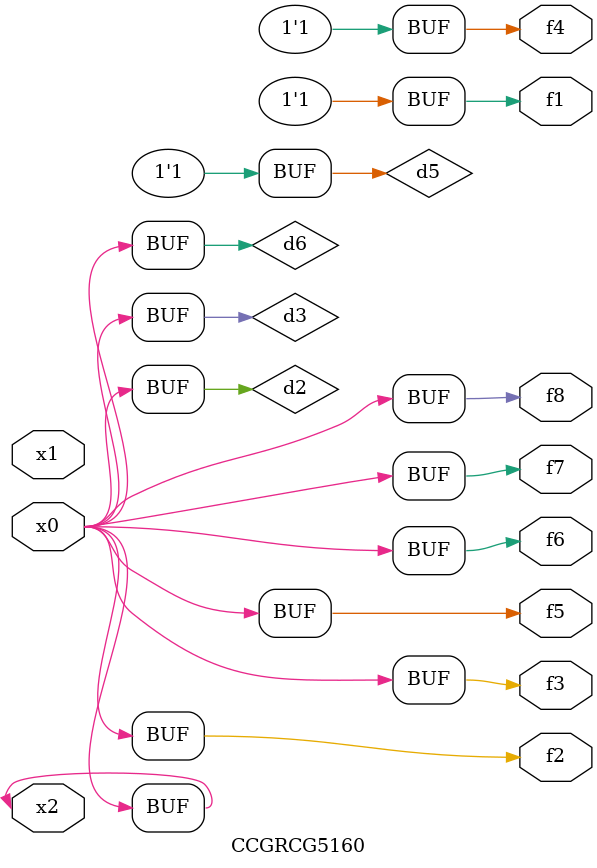
<source format=v>
module CCGRCG5160(
	input x0, x1, x2,
	output f1, f2, f3, f4, f5, f6, f7, f8
);

	wire d1, d2, d3, d4, d5, d6;

	xnor (d1, x2);
	buf (d2, x0, x2);
	and (d3, x0);
	xnor (d4, x1, x2);
	nand (d5, d1, d3);
	buf (d6, d2, d3);
	assign f1 = d5;
	assign f2 = d6;
	assign f3 = d6;
	assign f4 = d5;
	assign f5 = d6;
	assign f6 = d6;
	assign f7 = d6;
	assign f8 = d6;
endmodule

</source>
